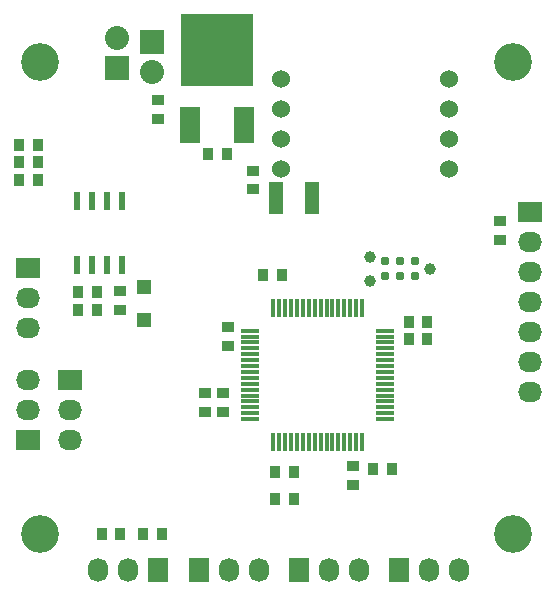
<source format=gts>
G04 #@! TF.FileFunction,Soldermask,Top*
%FSLAX46Y46*%
G04 Gerber Fmt 4.6, Leading zero omitted, Abs format (unit mm)*
G04 Created by KiCad (PCBNEW (2016-03-07 BZR 6612)-product) date Monday, 30 May 2016 'amt' 02:36:14*
%MOMM*%
G01*
G04 APERTURE LIST*
%ADD10C,0.100000*%
%ADD11R,1.000000X0.950000*%
%ADD12R,0.950000X1.000000*%
%ADD13R,1.150000X2.700000*%
%ADD14R,1.200000X1.200000*%
%ADD15R,1.500000X0.300000*%
%ADD16R,0.300000X1.500000*%
%ADD17R,2.032000X1.727200*%
%ADD18O,2.032000X1.727200*%
%ADD19R,2.032000X2.032000*%
%ADD20O,2.032000X2.032000*%
%ADD21R,1.727200X2.032000*%
%ADD22O,1.727200X2.032000*%
%ADD23C,0.787000*%
%ADD24C,1.000000*%
%ADD25R,1.651000X3.048000*%
%ADD26R,6.096000X6.096000*%
%ADD27R,0.600000X1.550000*%
%ADD28C,1.524000*%
%ADD29C,3.200000*%
G04 APERTURE END LIST*
D10*
D11*
X161798000Y-75984000D03*
X161798000Y-74384000D03*
D12*
X170800000Y-62800000D03*
X169200000Y-62800000D03*
D11*
X165000000Y-58200000D03*
X165000000Y-59800000D03*
D12*
X154800000Y-65000000D03*
X153200000Y-65000000D03*
D11*
X170942000Y-79032000D03*
X170942000Y-77432000D03*
D12*
X176500000Y-92000000D03*
X174900000Y-92000000D03*
D11*
X169000000Y-84600000D03*
X169000000Y-83000000D03*
D12*
X183200000Y-89500000D03*
X184800000Y-89500000D03*
X173900000Y-73000000D03*
X175500000Y-73000000D03*
X176497335Y-89715372D03*
X174897335Y-89715372D03*
X186200000Y-77000000D03*
X187800000Y-77000000D03*
D11*
X170500000Y-84600000D03*
X170500000Y-83000000D03*
X181500000Y-89200000D03*
X181500000Y-90800000D03*
D12*
X186200000Y-78500000D03*
X187800000Y-78500000D03*
D11*
X173000000Y-64200000D03*
X173000000Y-65800000D03*
D13*
X175000000Y-66500000D03*
X178000000Y-66500000D03*
D14*
X163830000Y-74038000D03*
X163830000Y-76838000D03*
D15*
X172800000Y-77750000D03*
X172800000Y-78250000D03*
X172800000Y-78750000D03*
X172800000Y-79250000D03*
X172800000Y-79750000D03*
X172800000Y-80250000D03*
X172800000Y-80750000D03*
X172800000Y-81250000D03*
X172800000Y-81750000D03*
X172800000Y-82250000D03*
X172800000Y-82750000D03*
X172800000Y-83250000D03*
X172800000Y-83750000D03*
X172800000Y-84250000D03*
X172800000Y-84750000D03*
X172800000Y-85250000D03*
D16*
X174750000Y-87200000D03*
X175250000Y-87200000D03*
X175750000Y-87200000D03*
X176250000Y-87200000D03*
X176750000Y-87200000D03*
X177250000Y-87200000D03*
X177750000Y-87200000D03*
X178250000Y-87200000D03*
X178750000Y-87200000D03*
X179250000Y-87200000D03*
X179750000Y-87200000D03*
X180250000Y-87200000D03*
X180750000Y-87200000D03*
X181250000Y-87200000D03*
X181750000Y-87200000D03*
X182250000Y-87200000D03*
D15*
X184200000Y-85250000D03*
X184200000Y-84750000D03*
X184200000Y-84250000D03*
X184200000Y-83750000D03*
X184200000Y-83250000D03*
X184200000Y-82750000D03*
X184200000Y-82250000D03*
X184200000Y-81750000D03*
X184200000Y-81250000D03*
X184200000Y-80750000D03*
X184200000Y-80250000D03*
X184200000Y-79750000D03*
X184200000Y-79250000D03*
X184200000Y-78750000D03*
X184200000Y-78250000D03*
X184200000Y-77750000D03*
D16*
X182250000Y-75800000D03*
X181750000Y-75800000D03*
X181250000Y-75800000D03*
X180750000Y-75800000D03*
X180250000Y-75800000D03*
X179750000Y-75800000D03*
X179250000Y-75800000D03*
X178750000Y-75800000D03*
X178250000Y-75800000D03*
X177750000Y-75800000D03*
X177250000Y-75800000D03*
X176750000Y-75800000D03*
X176250000Y-75800000D03*
X175750000Y-75800000D03*
X175250000Y-75800000D03*
X174750000Y-75800000D03*
D17*
X154000000Y-72460000D03*
D18*
X154000000Y-75000000D03*
X154000000Y-77540000D03*
D19*
X161500000Y-55540000D03*
D20*
X161500000Y-53000000D03*
D21*
X165000000Y-98000000D03*
D22*
X162460000Y-98000000D03*
X159920000Y-98000000D03*
D23*
X186770000Y-71860000D03*
X186770000Y-73130000D03*
X185500000Y-71860000D03*
X185500000Y-73130000D03*
X184230000Y-71860000D03*
X184230000Y-73130000D03*
D24*
X188040000Y-72495000D03*
X182960000Y-71479000D03*
X182960000Y-73511000D03*
D17*
X154000000Y-87040000D03*
D18*
X154000000Y-84500000D03*
X154000000Y-81960000D03*
D12*
X158200000Y-76000000D03*
X159800000Y-76000000D03*
X153200000Y-62000000D03*
X154800000Y-62000000D03*
X154800000Y-63500000D03*
X153200000Y-63500000D03*
X158200000Y-74500000D03*
X159800000Y-74500000D03*
X161800000Y-95000000D03*
X160200000Y-95000000D03*
X163700000Y-95000000D03*
X165300000Y-95000000D03*
D21*
X168460000Y-98000000D03*
D22*
X171000000Y-98000000D03*
X173540000Y-98000000D03*
D21*
X185420000Y-98000000D03*
D22*
X187960000Y-98000000D03*
X190500000Y-98000000D03*
D21*
X176960000Y-98000000D03*
D22*
X179500000Y-98000000D03*
X182040000Y-98000000D03*
D17*
X157500000Y-81960000D03*
D18*
X157500000Y-84500000D03*
X157500000Y-87040000D03*
D19*
X164500000Y-53300000D03*
D20*
X164500000Y-55840000D03*
D25*
X167714000Y-60350000D03*
D26*
X170000000Y-54000000D03*
D25*
X172286000Y-60350000D03*
D27*
X158095000Y-72200000D03*
X159365000Y-72200000D03*
X160635000Y-72200000D03*
X161905000Y-72200000D03*
X161905000Y-66800000D03*
X160635000Y-66800000D03*
X159365000Y-66800000D03*
X158095000Y-66800000D03*
D28*
X175400000Y-56460000D03*
X175400000Y-59000000D03*
X175400000Y-61540000D03*
X175400000Y-64080000D03*
X189600000Y-64080000D03*
X189600000Y-61540000D03*
X189600000Y-59000000D03*
X189600000Y-56460000D03*
D17*
X196476000Y-67746000D03*
D18*
X196476000Y-70286000D03*
X196476000Y-72826000D03*
X196476000Y-75366000D03*
X196476000Y-77906000D03*
X196476000Y-80446000D03*
X196476000Y-82986000D03*
D29*
X195000000Y-55000000D03*
X155000000Y-55000000D03*
X155000000Y-95000000D03*
X195000000Y-95000000D03*
D11*
X193976000Y-70046000D03*
X193976000Y-68446000D03*
M02*

</source>
